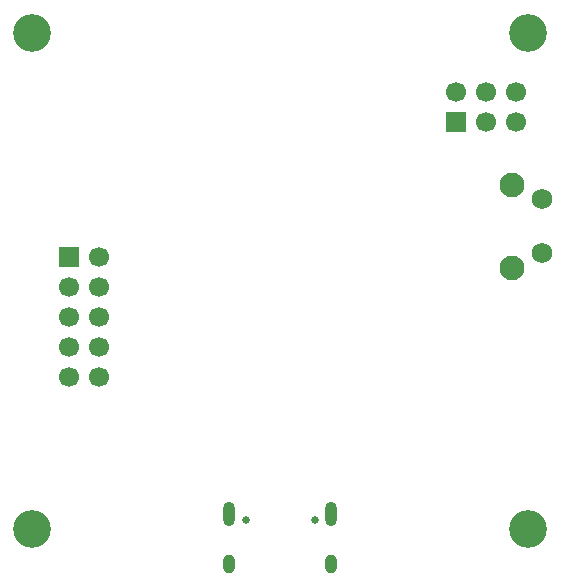
<source format=gbr>
%TF.GenerationSoftware,KiCad,Pcbnew,9.0.2*%
%TF.CreationDate,2025-07-27T12:29:31+02:00*%
%TF.ProjectId,ESP32-S3-TESTBOARD,45535033-322d-4533-932d-54455354424f,rev?*%
%TF.SameCoordinates,Original*%
%TF.FileFunction,Soldermask,Bot*%
%TF.FilePolarity,Negative*%
%FSLAX46Y46*%
G04 Gerber Fmt 4.6, Leading zero omitted, Abs format (unit mm)*
G04 Created by KiCad (PCBNEW 9.0.2) date 2025-07-27 12:29:31*
%MOMM*%
%LPD*%
G01*
G04 APERTURE LIST*
%ADD10C,2.100000*%
%ADD11C,1.750000*%
%ADD12C,3.200000*%
%ADD13R,1.700000X1.700000*%
%ADD14C,1.700000*%
%ADD15C,0.650000*%
%ADD16O,1.000000X2.100000*%
%ADD17O,1.000000X1.600000*%
G04 APERTURE END LIST*
D10*
%TO.C,SW3*%
X157647500Y-103875000D03*
X157647500Y-110885000D03*
D11*
X160137500Y-105125000D03*
X160137500Y-109625000D03*
%TD*%
D12*
%TO.C,H1*%
X117000000Y-91000000D03*
%TD*%
D13*
%TO.C,J2*%
X120125000Y-109995000D03*
D14*
X122665000Y-109995000D03*
X120125000Y-112535000D03*
X122665000Y-112535000D03*
X120125000Y-115075000D03*
X122665000Y-115075000D03*
X120125000Y-117615000D03*
X122665000Y-117615000D03*
X120125000Y-120155000D03*
X122665000Y-120155000D03*
%TD*%
D15*
%TO.C,J1*%
X135110000Y-132300000D03*
X140890000Y-132300000D03*
D16*
X133680000Y-131770000D03*
D17*
X133680000Y-135950000D03*
D16*
X142320000Y-131770000D03*
D17*
X142320000Y-135950000D03*
%TD*%
D13*
%TO.C,J3*%
X152860000Y-98600000D03*
D14*
X152860000Y-96060000D03*
X155400000Y-98600000D03*
X155400000Y-96060000D03*
X157940000Y-98600000D03*
X157940000Y-96060000D03*
%TD*%
D12*
%TO.C,H2*%
X159000000Y-91000000D03*
%TD*%
%TO.C,H3*%
X117000000Y-133000000D03*
%TD*%
%TO.C,H4*%
X159000000Y-133000000D03*
%TD*%
M02*

</source>
